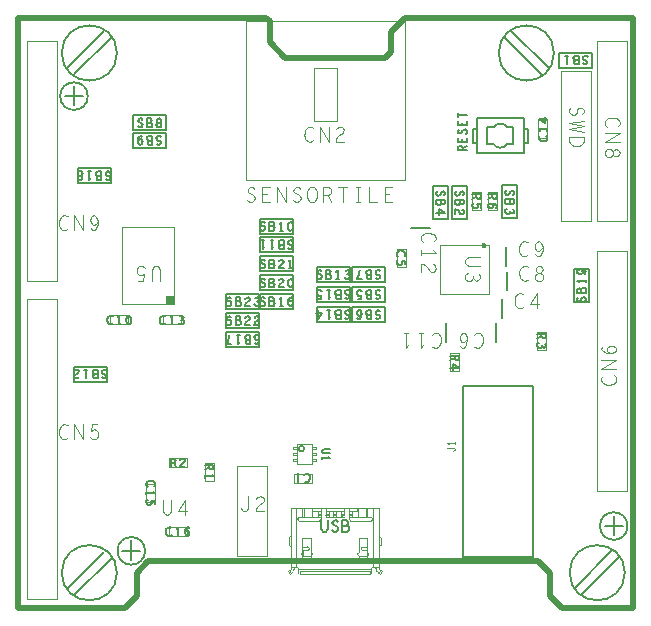
<source format=gbr>
G04 ================== begin FILE IDENTIFICATION RECORD ==================*
G04 Layout Name:  STEVAL-STLCX01V1.brd*
G04 Film Name:    STEVAL-STLCX01V1-14AST.GBR*
G04 File Format:  Gerber RS274X*
G04 File Origin:  Cadence Allegro 16.5-P002*
G04 Origin Date:  Mon May 16 11:09:18 2016*
G04 *
G04 Layer:  REF DES/ASSEMBLY_TOP*
G04 Layer:  PACKAGE GEOMETRY/ASSEMBLY_TOP*
G04 Layer:  BOARD GEOMETRY/TOOLING_CORNERS*
G04 *
G04 Offset:    (0.0000 0.0000)*
G04 Mirror:    No*
G04 Mode:      Positive*
G04 Rotation:  0*
G04 FullContactRelief:  No*
G04 UndefLineWidth:     0.1000*
G04 ================== end FILE IDENTIFICATION RECORD ====================*
%FSLAX25Y25*MOMM*%
%IR0*IPPOS*OFA0.00000B0.00000*MIA0B0*SFA1.00000B1.00000*%
%ADD10C,.1*%
%ADD11C,.2*%
%ADD12C,.5*%
%ADD13C,.15*%
%ADD14C,.152*%
%ADD15C,.1016*%
%ADD16C,.1524*%
%ADD17C,.1778*%
G75*
%LPD*%
G75*
G36*
G01X1320000Y2575000D02*
Y2645000D01*
X1245000D01*
Y2575000D01*
X1320000D01*
G37*
G36*
G01X3962400Y3070000D02*
G03I-22400J0D01*
G37*
G54D10*
G01X2363500Y750110D02*
G03X2373500Y740100I9977J-33D01*
G01Y770100D02*
G03X2363500Y760100I8J-10008D01*
G01X2395300Y460100D02*
G03X2404000Y445100I8655J-5003D01*
G01X2303500Y610110D02*
G03X2288500Y595100I12J-15012D01*
G01Y535100D02*
G03X2303500Y520110I14974J-16D01*
G01X2368500Y335100D02*
G03X2353500Y350100I-15023J-23D01*
G01X2322800Y312100D02*
G03X2333500Y335100I-19308J22971D01*
G01X2303500Y850100D02*
X2484100D01*
G01X2373500Y770100D02*
X2440500D01*
G01X2373500Y740100D02*
X2546000D01*
G01X2478000Y595100D02*
X2404000D01*
G01Y520100D02*
X2448500Y520110D01*
G01X2297800Y291100D02*
X2322800Y312100D01*
G01X2448500Y490100D02*
X2404000D01*
G01X2278500Y314000D02*
X2303500Y335100D01*
G01X2478000Y445100D02*
X2404000D01*
G01X2478000Y415100D02*
X2404000D01*
G01X2478000Y404100D02*
X2404000D01*
G01Y475100D02*
X2395300Y460100D01*
G01X2303500Y350100D02*
X2353500D01*
G01X2368500Y335100D02*
X2988500D01*
G01X2383500Y315000D02*
X2973500D01*
G01X2383500Y290100D02*
X2973500D01*
G01X2418000Y850100D02*
Y770100D01*
G01X2409500Y490100D02*
Y445100D01*
G01X2404000Y404100D02*
Y445100D01*
G01Y595100D02*
Y475100D01*
G01X2402600Y850100D02*
Y770100D01*
G01X2398700Y446600D02*
Y466000D01*
G01X2383500Y290100D02*
Y315000D01*
G01X2368500Y298400D02*
Y335100D01*
G01X2363500Y760100D02*
Y750110D01*
G01X2353500Y850100D02*
Y350100D01*
G01X2333500Y335100D02*
Y350100D01*
G01X2303500Y850100D02*
Y335100D01*
G01X2288500Y595100D02*
Y535100D01*
G01X2290000Y323700D02*
X2309300Y300700D01*
G01X2278500Y314000D02*
X2297800Y291100D01*
G01X2898500Y500100D02*
G03X2908500Y490100I9977J-23D01*
G01Y520110D02*
G03X2898500Y510100I12J-10012D01*
G01X2458510D02*
G03X2448500Y520110I-10030J-20D01*
G01Y490100D02*
G03X2458510Y500100I15J9995D01*
G01X2993500Y760100D02*
G03X2983500Y770100I-10023J-23D01*
G01Y740100D02*
G03X2993500Y750100I8J9992D01*
G01X2478000Y445100D02*
G03X2486600Y460100I-27J9981D01*
G01X2870300D02*
G03X2879000Y445100I8655J-5003D01*
G01X2953000D02*
G03X2961610Y460100I-22J9984D01*
G01X3053500Y520110D02*
G03X3068500Y535100I12J14988D01*
G01X3068510Y595100D02*
G03X3053500Y610110I-15030J-20D01*
G01X3003500Y350100D02*
G03X2988500Y335100I8J-15008D01*
G01X2796000Y755100D02*
G03X2811010Y740100I14977J-23D01*
G01X2741000Y770100D02*
G03X2756000Y785090I8J14992D01*
G01X2600990Y785100D02*
G03X2616000Y770100I14980J-20D01*
G01X2546000Y740100D02*
G03X2561000Y755100I8J14992D01*
G01X3023500Y335100D02*
G03X3034200Y312100I29984J-40D01*
G01X3059200Y291100D02*
X3078500Y314000D01*
G01X3047700Y300700D02*
X3067000Y323710D01*
G01X3068510Y595100D02*
X3068500Y535100D01*
G01X3053500Y335100D02*
Y850100D01*
G01X3023500Y350100D02*
Y335100D01*
G01X3003500Y850100D02*
Y350100D01*
G01X2993500Y750100D02*
Y760100D01*
G01X2988500Y335100D02*
Y298400D01*
G01X2872900Y850100D02*
X3053500D01*
G01X2488500D02*
X2868500D01*
G01X2973500Y315000D02*
Y290100D01*
G01X2958200Y446600D02*
Y466000D01*
G01X2954300Y850100D02*
Y770100D01*
G01X2953000Y475100D02*
Y595090D01*
G01Y404100D02*
Y445100D01*
G01X2947500D02*
Y490100D01*
G01X2796000Y820100D02*
X2868500D01*
G01X2601000D02*
X2756000D01*
G01X2488500D02*
X2561000D01*
G01X2939000Y850100D02*
Y770100D01*
G01X2916500D02*
Y775090D01*
G01X2796000Y800110D02*
X2821000Y800100D01*
G01X2731000D02*
X2756000D01*
G01X2666000D02*
X2691000D01*
G01X2601000D02*
X2626000Y800110D01*
G01X2536000Y800100D02*
X2561000Y800110D01*
G01X2795990Y790100D02*
X2821000D01*
G01X2731000D02*
X2756000D01*
G01X2666000D02*
X2691000D01*
G01X2601000D02*
X2626010D01*
G01X2536000D02*
X2560990D01*
G01X2561000Y775100D02*
X2440500D01*
G01X2752100D02*
X2604900D01*
G01X2916500Y775090D02*
X2796000Y775100D01*
G01X2916500Y770100D02*
X2983500D01*
G01X2616000D02*
X2741000D01*
G01X2879000Y475100D02*
X2870300Y460100D01*
G01X2898500Y500100D02*
Y510100D01*
G01X2879000Y404100D02*
Y445100D01*
G01Y595100D02*
Y475100D01*
G01X2961610Y460100D02*
X2953000Y475100D01*
G01X2811010Y740100D02*
X2983500D01*
G01X2872900Y850100D02*
Y775090D01*
G01X2868500Y850100D02*
Y820100D01*
G01X2821000D02*
Y775100D01*
G01X2796000Y850100D02*
Y755100D01*
G01X2756000Y850100D02*
Y785090D01*
G01X3078500Y314000D02*
X3053500Y335100D01*
G01X2731000Y820100D02*
Y775100D01*
G01X3059200Y291100D02*
X3034200Y312100D01*
G01X2953000Y595090D02*
X2879000Y595100D01*
G01X2691000Y820100D02*
Y775100D01*
G01X2666000Y820100D02*
Y775090D01*
G01X2908500Y520110D02*
X2953000Y520100D01*
G01X2626000Y820100D02*
Y775100D01*
G01X2953000Y490100D02*
X2908500D01*
G01X2601000Y850100D02*
X2600990Y785100D01*
G01X2953000Y445100D02*
X2879000D01*
G01X2561000Y850100D02*
Y755100D01*
G01X2953000Y415110D02*
X2879000Y415100D01*
G01X2536000Y820100D02*
Y775100D01*
G01X2953000Y404100D02*
X2879000D01*
G01X2488500Y850100D02*
Y820100D01*
G01X2486600Y460100D02*
X2478000Y475100D01*
G01X3003500Y350100D02*
X3053500D01*
G01X2484100Y850100D02*
Y775100D01*
G01X2478000Y475100D02*
Y595100D01*
G01Y404100D02*
Y445100D01*
G01X2458510Y510100D02*
Y500100D01*
G01X2440500Y770100D02*
Y775100D01*
G01X73000Y80000D02*
X327000D01*
Y2620000D01*
X73000D01*
Y80000D01*
G01Y2772000D02*
X327000D01*
Y4804000D01*
X73000D01*
Y2772000D01*
G01X415880Y1546420D02*
X406230Y1552770D01*
X394980Y1557000D01*
X382110D01*
X367630Y1550650D01*
X356380Y1540070D01*
X348330Y1527370D01*
X341900Y1506200D01*
X340290Y1487150D01*
X343510Y1468100D01*
X348330Y1455400D01*
X357980Y1442700D01*
X369240Y1434230D01*
X380500Y1430000D01*
X391760D01*
X403020Y1434230D01*
X412670Y1440580D01*
X420710Y1449050D01*
G01X473010Y1430000D02*
Y1557000D01*
X546990Y1430000D01*
Y1557000D01*
G01X604120Y1449050D02*
X613760Y1438460D01*
X625020Y1432120D01*
X639500Y1430000D01*
X653980Y1434230D01*
X665230Y1442700D01*
X673280Y1457510D01*
X674880Y1474450D01*
X671670Y1491380D01*
X663620Y1501970D01*
X652370Y1510430D01*
X641110Y1512550D01*
X629850Y1510430D01*
X615380Y1501970D01*
X620200Y1557000D01*
X663620D01*
G01X778800Y2401900D02*
Y2478100D01*
X931200D01*
Y2401900D01*
X778800D01*
G01X415880Y3316420D02*
X406230Y3322770D01*
X394980Y3327000D01*
X382110D01*
X367630Y3320650D01*
X356380Y3310070D01*
X348330Y3297370D01*
X341900Y3276200D01*
X340290Y3257150D01*
X343510Y3238100D01*
X348330Y3225400D01*
X357980Y3212700D01*
X369240Y3204230D01*
X380500Y3200000D01*
X391760D01*
X403020Y3204230D01*
X412670Y3210580D01*
X420710Y3219050D01*
G01X473010Y3200000D02*
Y3327000D01*
X546990Y3200000D01*
Y3327000D01*
G01X612160Y3214810D02*
X623420Y3204230D01*
X636280Y3200000D01*
X649150Y3204230D01*
X660410Y3216930D01*
X668450Y3235980D01*
X671670Y3255030D01*
Y3278320D01*
X668450Y3297370D01*
X660410Y3314300D01*
X650760Y3322770D01*
X639500Y3327000D01*
X626630Y3322770D01*
X616980Y3314300D01*
X610550Y3301600D01*
X607330Y3284660D01*
X610550Y3269850D01*
X618590Y3255030D01*
X628240Y3246560D01*
X639500Y3244450D01*
X652370Y3248680D01*
X662020Y3259270D01*
X671670Y3278320D01*
G01X1320000Y3225000D02*
X880000D01*
Y2575000D01*
X1320000D01*
Y3225000D01*
G01X1222870Y917000D02*
Y825980D01*
X1229300Y806930D01*
X1242160Y794230D01*
X1258240Y790000D01*
X1274330Y794230D01*
X1287190Y806930D01*
X1293620Y825980D01*
Y917000D01*
G01X1407020Y790000D02*
Y917000D01*
X1347520Y825980D01*
X1427930D01*
G01X1273800Y611900D02*
Y688100D01*
X1426200D01*
Y611900D01*
X1273800D01*
G01X1081900Y1051200D02*
X1158100D01*
Y898800D01*
X1081900D01*
Y1051200D01*
G01X1576900Y1231200D02*
X1653100D01*
Y1078800D01*
X1576900D01*
Y1231200D01*
G01X1273800Y1191900D02*
Y1268100D01*
X1426200D01*
Y1191900D01*
X1273800D01*
G01X1223800Y2401900D02*
Y2478100D01*
X1376200D01*
Y2401900D01*
X1223800D01*
G01X1200130Y2773000D02*
Y2864020D01*
X1193700Y2883070D01*
X1180830Y2895770D01*
X1164750Y2900000D01*
X1148670Y2895770D01*
X1135800Y2883070D01*
X1129370Y2864020D01*
Y2773000D01*
G01X1070630Y2880950D02*
X1060990Y2891540D01*
X1049730Y2897880D01*
X1035250Y2900000D01*
X1020770Y2895770D01*
X1009520Y2887300D01*
X1001470Y2872490D01*
X999870Y2855550D01*
X1003080Y2838620D01*
X1011130Y2828030D01*
X1022380Y2819570D01*
X1033640Y2817450D01*
X1044900Y2819570D01*
X1059370Y2828030D01*
X1054550Y2773000D01*
X1011130D01*
G01X1883080Y845400D02*
X1891130Y832700D01*
X1900770Y824230D01*
X1912030Y820000D01*
X1924900Y824230D01*
X1934550Y832700D01*
X1944200Y845400D01*
X1947420Y862330D01*
Y947000D01*
G01X2014190Y925830D02*
X2023840Y938530D01*
X2035100Y944880D01*
X2047970Y947000D01*
X2064050Y942770D01*
X2075310Y932180D01*
X2078530Y919490D01*
X2076920Y906780D01*
X2070480Y896200D01*
X2038320Y875030D01*
X2023840Y860220D01*
X2014190Y839050D01*
X2010970Y820000D01*
X2078530D01*
G01X1853000Y439000D02*
X2107000D01*
Y1201000D01*
X1853000D01*
Y439000D01*
G01X2481200Y1138100D02*
Y1061900D01*
X2328800D01*
Y1138100D01*
X2481200D01*
G01X1933470Y3456930D02*
X1946340Y3446350D01*
X1960820Y3440000D01*
X1973680D01*
X1986550Y3446350D01*
X1996200Y3456930D01*
X2001030Y3471750D01*
X1997810Y3486560D01*
X1989770Y3499270D01*
X1975290Y3507730D01*
X1955990Y3511970D01*
X1944730Y3520430D01*
X1939910Y3535250D01*
X1943130Y3550070D01*
X1951170Y3560650D01*
X1962420Y3567000D01*
X1973680D01*
X1984940Y3562770D01*
X1994590Y3552180D01*
G01X2128920Y3440000D02*
X2064580D01*
Y3567000D01*
X2128920D01*
G01X2103180Y3505620D02*
X2064580D01*
G01X2189260Y3440000D02*
Y3567000D01*
X2263240Y3440000D01*
Y3567000D01*
G01X2321970Y3456930D02*
X2334840Y3446350D01*
X2349320Y3440000D01*
X2362180D01*
X2375050Y3446350D01*
X2384700Y3456930D01*
X2389530Y3471750D01*
X2386310Y3486560D01*
X2378270Y3499270D01*
X2363790Y3507730D01*
X2344490Y3511970D01*
X2333230Y3520430D01*
X2328410Y3535250D01*
X2331630Y3550070D01*
X2339670Y3560650D01*
X2350920Y3567000D01*
X2362180D01*
X2373440Y3562770D01*
X2383090Y3552180D01*
G01X2485250Y3440000D02*
X2472380Y3442120D01*
X2461130Y3450580D01*
X2451470Y3463280D01*
X2445040Y3478100D01*
X2441820Y3495030D01*
Y3511970D01*
X2445040Y3528900D01*
X2451470Y3543720D01*
X2461130Y3556420D01*
X2472380Y3564880D01*
X2485250Y3567000D01*
X2498120Y3564880D01*
X2509370Y3556420D01*
X2519030Y3543720D01*
X2525460Y3528900D01*
X2528680Y3511970D01*
Y3495030D01*
X2525460Y3478100D01*
X2519030Y3463280D01*
X2509370Y3450580D01*
X2498120Y3442120D01*
X2485250Y3440000D01*
G01X2582580D02*
Y3567000D01*
X2622790D01*
X2635660Y3560650D01*
X2643700Y3552180D01*
X2646920Y3535250D01*
X2643700Y3518320D01*
X2634050Y3507730D01*
X2622790Y3501380D01*
X2582580D01*
G01X2622790D02*
X2646920Y3440000D01*
G01X2744250Y3567000D02*
Y3440000D01*
G01X2707260Y3567000D02*
X2781240D01*
G01X2854450D02*
X2893050D01*
G01X2873750D02*
Y3440000D01*
G01X2854450D02*
X2893050D01*
G01X2971080Y3567000D02*
Y3440000D01*
X3035420D01*
G01X3164920D02*
X3100580D01*
Y3567000D01*
X3164920D01*
G01X3139180Y3505620D02*
X3100580D01*
G01X2495880Y4066420D02*
X2486230Y4072770D01*
X2474980Y4077000D01*
X2462110D01*
X2447630Y4070650D01*
X2436380Y4060070D01*
X2428330Y4047370D01*
X2421900Y4026200D01*
X2420290Y4007150D01*
X2423510Y3988100D01*
X2428330Y3975400D01*
X2437980Y3962700D01*
X2449240Y3954230D01*
X2460500Y3950000D01*
X2471760D01*
X2483020Y3954230D01*
X2492670Y3960580D01*
X2500710Y3969050D01*
G01X2553010Y3950000D02*
Y4077000D01*
X2626990Y3950000D01*
Y4077000D01*
G01X2688940Y4055830D02*
X2698590Y4068530D01*
X2709850Y4074880D01*
X2722720Y4077000D01*
X2738800Y4072770D01*
X2750060Y4062180D01*
X2753280Y4049490D01*
X2751670Y4036780D01*
X2745230Y4026200D01*
X2713070Y4005030D01*
X2698590Y3990220D01*
X2688940Y3969050D01*
X2685720Y3950000D01*
X2753280D01*
G01X1925000Y3625000D02*
Y4975000D01*
X3275000D01*
Y3625000D01*
X1925000D01*
G01X2500000Y4124000D02*
X2700000D01*
Y4576000D01*
X2500000D01*
Y4124000D01*
G01X3682300Y1331770D02*
X3688650Y1335150D01*
X3692880Y1339210D01*
X3695000Y1343950D01*
X3692880Y1349360D01*
X3688650Y1353420D01*
X3682300Y1357480D01*
X3673830Y1358830D01*
X3631500D01*
G01X3695000Y1401100D02*
X3631500D01*
X3644200Y1392980D01*
G01X3695000D02*
Y1409220D01*
G01X3656900Y2156200D02*
X3733100D01*
Y2003800D01*
X3656900D01*
Y2156200D01*
G01X3504120Y2213580D02*
X3513770Y2207230D01*
X3525020Y2203000D01*
X3537890D01*
X3552370Y2209350D01*
X3563620Y2219930D01*
X3571670Y2232630D01*
X3578100Y2253800D01*
X3579710Y2272850D01*
X3576490Y2291900D01*
X3571670Y2304600D01*
X3562020Y2317300D01*
X3550760Y2325770D01*
X3539500Y2330000D01*
X3528240D01*
X3516980Y2325770D01*
X3507330Y2319420D01*
X3499290Y2310950D01*
G01X3410000Y2330000D02*
Y2203000D01*
X3429300Y2228400D01*
G01Y2330000D02*
X3390700D01*
G01X3280500D02*
Y2203000D01*
X3299800Y2228400D01*
G01Y2330000D02*
X3261200D01*
G01X3859370Y2213580D02*
X3869020Y2207230D01*
X3880270Y2203000D01*
X3893140D01*
X3907620Y2209350D01*
X3918870Y2219930D01*
X3926920Y2232630D01*
X3933350Y2253800D01*
X3934960Y2272850D01*
X3931740Y2291900D01*
X3926920Y2304600D01*
X3917270Y2317300D01*
X3906010Y2325770D01*
X3894750Y2330000D01*
X3883490D01*
X3872230Y2325770D01*
X3862580Y2319420D01*
X3854540Y2310950D01*
G01X3795810Y2277090D02*
X3784550Y2262270D01*
X3774900Y2253800D01*
X3762030Y2249570D01*
X3750770Y2253800D01*
X3742730Y2262270D01*
X3736300Y2274970D01*
X3734690Y2289780D01*
X3736300Y2302490D01*
X3742730Y2315190D01*
X3752380Y2325770D01*
X3763640Y2330000D01*
X3776510Y2325770D01*
X3787770Y2313070D01*
X3794200Y2294020D01*
X3795810Y2272850D01*
X3792590Y2245340D01*
X3787770Y2230510D01*
X3779730Y2215700D01*
X3768470Y2205120D01*
X3757210Y2203000D01*
X3745950Y2207230D01*
X3737910Y2217820D01*
G01X3201900Y3041200D02*
X3278100D01*
Y2888800D01*
X3201900D01*
Y3041200D01*
G01X3521420Y3104120D02*
X3527770Y3113770D01*
X3532000Y3125020D01*
Y3137890D01*
X3525650Y3152370D01*
X3515070Y3163620D01*
X3502370Y3171670D01*
X3481200Y3178100D01*
X3462150Y3179710D01*
X3443100Y3176490D01*
X3430400Y3171670D01*
X3417700Y3162020D01*
X3409230Y3150760D01*
X3405000Y3139500D01*
Y3128240D01*
X3409230Y3116980D01*
X3415580Y3107330D01*
X3424050Y3099290D01*
G01X3405000Y3010000D02*
X3532000D01*
X3506600Y3029300D01*
G01X3405000D02*
Y2990700D01*
G01X3510830Y2911060D02*
X3523530Y2901410D01*
X3529880Y2890150D01*
X3532000Y2877280D01*
X3527770Y2861200D01*
X3517180Y2849940D01*
X3504490Y2846720D01*
X3491780Y2848330D01*
X3481200Y2854770D01*
X3460030Y2886930D01*
X3445220Y2901410D01*
X3424050Y2911060D01*
X3405000Y2914280D01*
Y2846720D01*
G01X3907000Y2970130D02*
X3815980D01*
X3796930Y2963700D01*
X3784230Y2950830D01*
X3780000Y2934750D01*
X3784230Y2918670D01*
X3796930Y2905800D01*
X3815980Y2899370D01*
X3907000D01*
G01X3805400Y2840630D02*
X3790580Y2830990D01*
X3782120Y2818120D01*
X3780000Y2803640D01*
X3782120Y2790770D01*
X3792700Y2777910D01*
X3805400Y2769870D01*
X3818100Y2768260D01*
X3832910Y2771470D01*
X3843500Y2782730D01*
X3847730Y2793990D01*
Y2808470D01*
G01Y2793990D02*
X3854080Y2784340D01*
X3864660Y2776300D01*
X3877370Y2773080D01*
X3890070Y2776300D01*
X3900650Y2784340D01*
X3907000Y2798820D01*
X3904880Y2813290D01*
X3896420Y2827770D01*
G01X3572500Y3077500D02*
Y2662500D01*
X3987500D01*
Y3077500D01*
X3572500D01*
G01X3841900Y3521200D02*
X3918100D01*
Y3368800D01*
X3841900D01*
Y3521200D01*
G01X4391900Y2341200D02*
X4468100D01*
Y2188800D01*
X4391900D01*
Y2341200D01*
G01X4275630Y2656420D02*
X4265980Y2662770D01*
X4254730Y2667000D01*
X4241860D01*
X4227380Y2660650D01*
X4216130Y2650070D01*
X4208080Y2637370D01*
X4201650Y2616200D01*
X4200040Y2597150D01*
X4203260Y2578100D01*
X4208080Y2565400D01*
X4217730Y2552700D01*
X4228990Y2544230D01*
X4240250Y2540000D01*
X4251510D01*
X4262770Y2544230D01*
X4272420Y2550580D01*
X4280460Y2559050D01*
G01X4389050Y2540000D02*
Y2667000D01*
X4329540Y2575980D01*
X4409960D01*
G01X4315630Y2886420D02*
X4305980Y2892770D01*
X4294730Y2897000D01*
X4281860D01*
X4267380Y2890650D01*
X4256130Y2880070D01*
X4248080Y2867370D01*
X4241650Y2846200D01*
X4240040Y2827150D01*
X4243260Y2808100D01*
X4248080Y2795400D01*
X4257730Y2782700D01*
X4268990Y2774230D01*
X4280250Y2770000D01*
X4291510D01*
X4302770Y2774230D01*
X4312420Y2780580D01*
X4320460Y2789050D01*
G01X4409750Y2770000D02*
X4421010Y2772120D01*
X4433870Y2778460D01*
X4441920Y2789050D01*
X4445130Y2803870D01*
X4441920Y2818680D01*
X4432270Y2831380D01*
X4417790Y2837730D01*
X4401710D01*
X4392060Y2841970D01*
X4384010Y2852550D01*
X4380800Y2867370D01*
X4385630Y2882180D01*
X4396880Y2892770D01*
X4409750Y2897000D01*
X4422620Y2892770D01*
X4433870Y2882180D01*
X4438700Y2867370D01*
X4435480Y2852550D01*
X4427440Y2841970D01*
X4417790Y2837730D01*
X4401710D01*
X4387230Y2831380D01*
X4377580Y2818680D01*
X4374370Y2803870D01*
X4377580Y2789050D01*
X4385630Y2778460D01*
X4398490Y2772120D01*
X4409750Y2770000D01*
G01X4310630Y3096420D02*
X4300980Y3102770D01*
X4289730Y3107000D01*
X4276860D01*
X4262380Y3100650D01*
X4251130Y3090070D01*
X4243080Y3077370D01*
X4236650Y3056200D01*
X4235040Y3037150D01*
X4238260Y3018100D01*
X4243080Y3005400D01*
X4252730Y2992700D01*
X4263990Y2984230D01*
X4275250Y2980000D01*
X4286510D01*
X4297770Y2984230D01*
X4307420Y2990580D01*
X4315460Y2999050D01*
G01X4377410Y2994810D02*
X4388670Y2984230D01*
X4401530Y2980000D01*
X4414400Y2984230D01*
X4425660Y2996930D01*
X4433700Y3015980D01*
X4436920Y3035030D01*
Y3058320D01*
X4433700Y3077370D01*
X4425660Y3094300D01*
X4416010Y3102770D01*
X4404750Y3107000D01*
X4391880Y3102770D01*
X4382230Y3094300D01*
X4375800Y3081600D01*
X4372580Y3064660D01*
X4375800Y3049850D01*
X4383840Y3035030D01*
X4393490Y3026560D01*
X4404750Y3024450D01*
X4417620Y3028680D01*
X4427270Y3039270D01*
X4436920Y3058320D01*
G01X4676930Y4243280D02*
X4666350Y4230410D01*
X4660000Y4215930D01*
Y4203070D01*
X4666350Y4190200D01*
X4676930Y4180550D01*
X4691750Y4175720D01*
X4706560Y4178940D01*
X4719270Y4186980D01*
X4727730Y4201460D01*
X4731970Y4220760D01*
X4740430Y4232020D01*
X4755250Y4236840D01*
X4770070Y4233620D01*
X4780650Y4225580D01*
X4787000Y4214330D01*
Y4203070D01*
X4782770Y4191810D01*
X4772180Y4182160D01*
G01X4787000Y4128250D02*
X4660000Y4105740D01*
X4787000Y4080000D01*
X4660000Y4054270D01*
X4787000Y4031750D01*
G01X4660000Y3985880D02*
X4787000D01*
Y3953720D01*
X4780650Y3940850D01*
X4772180Y3931200D01*
X4759490Y3923160D01*
X4744660Y3916720D01*
X4723500Y3915120D01*
X4702330Y3916720D01*
X4687510Y3923160D01*
X4674810Y3931200D01*
X4666350Y3940850D01*
X4660000Y3953720D01*
Y3985880D01*
G01X3976900Y3521200D02*
X4053100D01*
Y3368800D01*
X3976900D01*
Y3521200D01*
G01X4593000Y4550000D02*
Y3280000D01*
X4847000D01*
Y4550000D01*
X4593000D01*
G01X4478100Y3978800D02*
X4401900D01*
Y4131200D01*
X4478100D01*
Y3978800D01*
G01X5153000Y3026000D02*
X4899000D01*
Y994000D01*
X5153000D01*
Y3026000D01*
G01X4945580Y1965880D02*
X4939230Y1956230D01*
X4935000Y1944980D01*
Y1932110D01*
X4941350Y1917630D01*
X4951930Y1906380D01*
X4964630Y1898330D01*
X4985800Y1891900D01*
X5004850Y1890290D01*
X5023900Y1893510D01*
X5036600Y1898330D01*
X5049300Y1907980D01*
X5057770Y1919240D01*
X5062000Y1930500D01*
Y1941760D01*
X5057770Y1953020D01*
X5051420Y1962670D01*
X5042950Y1970710D01*
G01X5062000Y2023010D02*
X4935000D01*
X5062000Y2096990D01*
X4935000D01*
G01X5009090Y2158940D02*
X4994270Y2170200D01*
X4985800Y2179850D01*
X4981570Y2192720D01*
X4985800Y2203980D01*
X4994270Y2212020D01*
X5006970Y2218450D01*
X5021780Y2220060D01*
X5034490Y2218450D01*
X5047190Y2212020D01*
X5057770Y2202370D01*
X5062000Y2191110D01*
X5057770Y2178240D01*
X5045070Y2166980D01*
X5026020Y2160550D01*
X5004850Y2158940D01*
X4977340Y2162160D01*
X4962510Y2166980D01*
X4947700Y2175020D01*
X4937120Y2186280D01*
X4935000Y2197540D01*
X4939230Y2208800D01*
X4949820Y2216840D01*
G01X5078420Y4078120D02*
X5084770Y4087770D01*
X5089000Y4099020D01*
Y4111890D01*
X5082650Y4126370D01*
X5072070Y4137620D01*
X5059370Y4145670D01*
X5038200Y4152100D01*
X5019150Y4153710D01*
X5000100Y4150490D01*
X4987400Y4145670D01*
X4974700Y4136020D01*
X4966230Y4124760D01*
X4962000Y4113500D01*
Y4102240D01*
X4966230Y4090980D01*
X4972580Y4081330D01*
X4981050Y4073290D01*
G01X4962000Y4020990D02*
X5089000D01*
X4962000Y3947010D01*
X5089000D01*
G01X4962000Y3854500D02*
X4964120Y3843240D01*
X4970460Y3830380D01*
X4981050Y3822330D01*
X4995870Y3819120D01*
X5010680Y3822330D01*
X5023380Y3831980D01*
X5029730Y3846460D01*
Y3862540D01*
X5033970Y3872190D01*
X5044550Y3880240D01*
X5059370Y3883450D01*
X5074180Y3878620D01*
X5084770Y3867370D01*
X5089000Y3854500D01*
X5084770Y3841630D01*
X5074180Y3830380D01*
X5059370Y3825550D01*
X5044550Y3828770D01*
X5033970Y3836810D01*
X5029730Y3846460D01*
Y3862540D01*
X5023380Y3877020D01*
X5010680Y3886670D01*
X4995870Y3889880D01*
X4981050Y3886670D01*
X4970460Y3878620D01*
X4964120Y3865760D01*
X4962000Y3854500D01*
G01X5153000Y4804000D02*
X4899000D01*
Y3280000D01*
X5153000D01*
Y4804000D01*
G54D11*
G01X4360000Y430000D02*
Y1880000D01*
X3760000D01*
Y430000D01*
X4360000D01*
G01X3620000Y2250000D02*
Y2410000D01*
G01X3485000Y3220000D02*
X3325000D01*
G01X4040000Y2250000D02*
Y2410000D01*
G01X4095000Y2620000D02*
Y2460000D01*
G01X4135000Y2850000D02*
Y2690000D01*
G01X4130000Y3060000D02*
Y2900000D01*
G54D12*
G01X5200000Y0D02*
Y5000000D01*
X3270000D01*
X3150000Y4880000D01*
Y4710000D01*
X3100000Y4660000D01*
X2260000D01*
X2130000Y4790000D01*
Y4970000D01*
X2100000Y5000000D01*
X0D01*
Y0D01*
X900000D01*
X1000000Y100000D01*
Y300000D01*
X1100000Y400000D01*
X4400000D01*
X4500000Y300000D01*
Y100000D01*
X4600000Y0D01*
X5200000D01*
G54D13*
G01X4020000Y3930000D02*
G03X4140000I60000J40000D01*
G01D02*
X4190000D01*
Y4070000D01*
X4140000D01*
G01X4020000D02*
X3970000D01*
Y3930000D01*
X4020000D01*
G01Y4070000D02*
G02X4140000I60000J-40000D01*
G54D14*
G01X2562300Y745000D02*
Y673330D01*
X2567300Y658330D01*
X2577300Y648330D01*
X2589800Y645000D01*
X2602300Y648330D01*
X2612300Y658330D01*
X2617300Y673330D01*
Y745000D01*
G01X2653750Y658330D02*
X2663750Y650000D01*
X2675000Y645000D01*
X2685000D01*
X2695000Y650000D01*
X2702500Y658330D01*
X2706250Y670000D01*
X2703750Y681660D01*
X2697500Y691670D01*
X2686250Y698330D01*
X2671250Y701670D01*
X2662500Y708330D01*
X2658750Y720000D01*
X2661250Y731670D01*
X2667500Y740000D01*
X2676250Y745000D01*
X2685000D01*
X2693750Y741670D01*
X2701250Y733330D01*
G01X2780200Y698330D02*
X2785200Y703330D01*
X2788950Y711660D01*
X2791450Y723330D01*
X2788950Y733330D01*
X2783950Y740000D01*
X2775200Y745000D01*
X2741450D01*
Y645000D01*
X2782700D01*
X2791450Y651670D01*
X2796450Y661670D01*
X2798950Y673330D01*
X2796450Y685000D01*
X2788950Y695000D01*
X2780200Y698330D01*
X2741450D01*
G54D15*
G01X2355000Y1265000D02*
X2325000D01*
Y1245000D01*
X2355000D01*
G01Y1315000D02*
X2325000D01*
Y1295000D01*
X2355000D01*
G01Y1365000D02*
X2325000D01*
Y1345000D01*
X2355000D01*
G01Y1390000D02*
X2485000D01*
Y1220000D01*
X2355000D01*
Y1390000D01*
G01X2490000Y1345000D02*
X2520000D01*
Y1365000D01*
X2490000D01*
G01X2485000Y1245000D02*
X2515000D01*
Y1265000D01*
X2485000D01*
G01Y1295000D02*
X2515000D01*
Y1315000D01*
X2485000D01*
G54D16*
G01X790500Y427000D02*
X473000Y109500D01*
G01X833490Y300000D02*
G03I-233490J0D01*
G01X878800Y485000D02*
X1031200D01*
G01X1071840D02*
G03I-116840J0D01*
G01X409500Y160300D02*
X727000Y477800D01*
G01X797930Y2469420D02*
X792090Y2473110D01*
X785270Y2475560D01*
X777480D01*
X768720Y2471880D01*
X761910Y2465740D01*
X757040Y2458370D01*
X753140Y2446100D01*
X752170Y2435050D01*
X754120Y2424000D01*
X757040Y2416630D01*
X762880Y2409260D01*
X769690Y2404350D01*
X776510Y2401900D01*
X783330D01*
X790140Y2404350D01*
X795980Y2408040D01*
X800850Y2412950D01*
G01X855000Y2401900D02*
Y2475560D01*
X843320Y2460830D01*
G01Y2401900D02*
X866680D01*
G01X933490Y2475560D02*
X925700Y2473110D01*
X919860Y2466970D01*
X915960Y2459600D01*
X913040Y2449780D01*
X912070Y2438730D01*
X913040Y2427680D01*
X915960Y2417860D01*
X919860Y2410490D01*
X925700Y2404350D01*
X933490Y2401900D01*
X941280Y2404350D01*
X947120Y2410490D01*
X951020Y2417860D01*
X953940Y2427680D01*
X954910Y2438730D01*
X953940Y2449780D01*
X951020Y2459600D01*
X947120Y2466970D01*
X941280Y2473110D01*
X933490Y2475560D01*
G01X748190Y2008280D02*
X740400Y2014420D01*
X731630Y2018100D01*
X723850D01*
X716060Y2014420D01*
X710210Y2008280D01*
X707290Y1999680D01*
X709240Y1991090D01*
X714110Y1983730D01*
X722870Y1978810D01*
X734560Y1976360D01*
X741370Y1971450D01*
X744290Y1962860D01*
X742340Y1954260D01*
X737480Y1948120D01*
X730660Y1944440D01*
X723850D01*
X717030Y1946890D01*
X711190Y1953030D01*
G01X641460Y1978810D02*
X637570Y1975130D01*
X634650Y1968990D01*
X632700Y1960400D01*
X634650Y1953030D01*
X638540Y1948120D01*
X645360Y1944440D01*
X671640D01*
Y2018100D01*
X639510D01*
X632700Y2013190D01*
X628800Y2005820D01*
X626860Y1997230D01*
X628800Y1988640D01*
X634650Y1981270D01*
X641460Y1978810D01*
X671640D01*
G01X570760Y2018100D02*
Y1944440D01*
X582440Y1959170D01*
G01Y2018100D02*
X559080D01*
G01X510770Y1956720D02*
X504930Y1949350D01*
X498110Y1945670D01*
X490320Y1944440D01*
X480590Y1946890D01*
X473770Y1953030D01*
X471820Y1960400D01*
X472800Y1967770D01*
X476690Y1973900D01*
X496160Y1986180D01*
X504930Y1994770D01*
X510770Y2007050D01*
X512720Y2018100D01*
X471820D01*
G01X749700Y2043500D02*
Y1916500D01*
X470300D01*
Y2043500D01*
X749700D01*
G01X778190Y3688280D02*
X770400Y3694420D01*
X761630Y3698100D01*
X753850D01*
X746060Y3694420D01*
X740210Y3688280D01*
X737290Y3679680D01*
X739240Y3671090D01*
X744110Y3663730D01*
X752870Y3658810D01*
X764560Y3656360D01*
X771370Y3651450D01*
X774290Y3642860D01*
X772340Y3634260D01*
X767480Y3628120D01*
X760660Y3624440D01*
X753850D01*
X747030Y3626890D01*
X741190Y3633030D01*
G01X671460Y3658810D02*
X667570Y3655130D01*
X664650Y3648990D01*
X662700Y3640400D01*
X664650Y3633030D01*
X668540Y3628120D01*
X675360Y3624440D01*
X701640D01*
Y3698100D01*
X669510D01*
X662700Y3693190D01*
X658800Y3685820D01*
X656860Y3677230D01*
X658800Y3668640D01*
X664650Y3661270D01*
X671460Y3658810D01*
X701640D01*
G01X600760Y3698100D02*
Y3624440D01*
X612440Y3639170D01*
G01Y3698100D02*
X589080D01*
G01X522270D02*
X515450Y3696870D01*
X507670Y3693190D01*
X502800Y3687050D01*
X500850Y3678460D01*
X502800Y3669870D01*
X508640Y3662500D01*
X517400Y3658810D01*
X527140D01*
X532980Y3656360D01*
X537850Y3650220D01*
X539800Y3641630D01*
X536870Y3633030D01*
X530060Y3626890D01*
X522270Y3624440D01*
X514480Y3626890D01*
X507670Y3633030D01*
X504740Y3641630D01*
X506690Y3650220D01*
X511560Y3656360D01*
X517400Y3658810D01*
X527140D01*
X535900Y3662500D01*
X541740Y3669870D01*
X543690Y3678460D01*
X541740Y3687050D01*
X536870Y3693190D01*
X529090Y3696870D01*
X522270Y3698100D01*
G01X779700Y3723500D02*
Y3596500D01*
X500300D01*
Y3723500D01*
X779700D01*
G01X393800Y4335000D02*
X546200D01*
G01X470000Y4423900D02*
Y4258800D01*
G01X586840Y4335000D02*
G03I-116840J0D01*
G01X790500Y4839700D02*
X473000Y4522200D01*
G01X409500Y4573000D02*
X727000Y4890500D01*
G01X833490Y4700000D02*
G03I-233490J0D01*
G01X955000Y573900D02*
Y408800D01*
G01X1292930Y679420D02*
X1287090Y683110D01*
X1280270Y685560D01*
X1272480D01*
X1263720Y681880D01*
X1256910Y675740D01*
X1252040Y668370D01*
X1248140Y656100D01*
X1247170Y645050D01*
X1249120Y634000D01*
X1252040Y626630D01*
X1257880Y619260D01*
X1264690Y614350D01*
X1271510Y611900D01*
X1278330D01*
X1285140Y614350D01*
X1290980Y618040D01*
X1295850Y622950D01*
G01X1350000Y611900D02*
Y685560D01*
X1338320Y670830D01*
G01Y611900D02*
X1361680D01*
G01X1409990Y642590D02*
X1416810Y651190D01*
X1422650Y656100D01*
X1430440Y658550D01*
X1437250Y656100D01*
X1442120Y651190D01*
X1446020Y643820D01*
X1446990Y635230D01*
X1446020Y627860D01*
X1442120Y620490D01*
X1436280Y614350D01*
X1429460Y611900D01*
X1421670Y614350D01*
X1414860Y621720D01*
X1410960Y632770D01*
X1409990Y645050D01*
X1411940Y661010D01*
X1414860Y669600D01*
X1419730Y678190D01*
X1426540Y684330D01*
X1433360Y685560D01*
X1440170Y683110D01*
X1445040Y676970D01*
G01X1149420Y1032070D02*
X1153110Y1037910D01*
X1155560Y1044730D01*
Y1052520D01*
X1151880Y1061280D01*
X1145740Y1068090D01*
X1138370Y1072960D01*
X1126100Y1076860D01*
X1115050Y1077830D01*
X1104000Y1075880D01*
X1096630Y1072960D01*
X1089260Y1067120D01*
X1084350Y1060310D01*
X1081900Y1053490D01*
Y1046670D01*
X1084350Y1039860D01*
X1088040Y1034020D01*
X1092950Y1029150D01*
G01X1081900Y975000D02*
X1155560D01*
X1140830Y986680D01*
G01X1081900D02*
Y963320D01*
G01X1092950Y917930D02*
X1086810Y912090D01*
X1083130Y905270D01*
X1081900Y896510D01*
X1084350Y887750D01*
X1089260Y880930D01*
X1097860Y876060D01*
X1107680Y875090D01*
X1117500Y877040D01*
X1123640Y881910D01*
X1128550Y888720D01*
X1129780Y895540D01*
X1128550Y902350D01*
X1123640Y911110D01*
X1155560Y908190D01*
Y881910D01*
G01X1576900Y1213720D02*
X1650560D01*
Y1189380D01*
X1646880Y1181590D01*
X1641970Y1176720D01*
X1632140Y1174780D01*
X1622320Y1176720D01*
X1616190Y1182570D01*
X1612500Y1189380D01*
Y1213720D01*
G01Y1189380D02*
X1576900Y1174780D01*
G01Y1115760D02*
X1650560D01*
X1635830Y1127440D01*
G01X1576900D02*
Y1104080D01*
G01X1291280Y1191900D02*
Y1265560D01*
X1315620D01*
X1323410Y1261880D01*
X1328280Y1256970D01*
X1330220Y1247140D01*
X1328280Y1237320D01*
X1322430Y1231190D01*
X1315620Y1227500D01*
X1291280D01*
G01X1315620D02*
X1330220Y1191900D01*
G01X1370740Y1253280D02*
X1376580Y1260650D01*
X1383400Y1264330D01*
X1391190Y1265560D01*
X1400920Y1263110D01*
X1407740Y1256970D01*
X1409690Y1249600D01*
X1408710Y1242230D01*
X1404820Y1236100D01*
X1385350Y1223820D01*
X1376580Y1215230D01*
X1370740Y1202950D01*
X1368790Y1191900D01*
X1409690D01*
G01X1242930Y2469420D02*
X1237090Y2473110D01*
X1230270Y2475560D01*
X1222480D01*
X1213720Y2471880D01*
X1206910Y2465740D01*
X1202040Y2458370D01*
X1198140Y2446100D01*
X1197170Y2435050D01*
X1199120Y2424000D01*
X1202040Y2416630D01*
X1207880Y2409260D01*
X1214690Y2404350D01*
X1221510Y2401900D01*
X1228330D01*
X1235140Y2404350D01*
X1240980Y2408040D01*
X1245850Y2412950D01*
G01X1300000Y2401900D02*
Y2475560D01*
X1288320Y2460830D01*
G01Y2401900D02*
X1311680D01*
G01X1357070Y2416630D02*
X1362910Y2408040D01*
X1370700Y2403130D01*
X1379460Y2401900D01*
X1387250Y2403130D01*
X1395040Y2409260D01*
X1399910Y2416630D01*
X1400880Y2424000D01*
X1398940Y2432590D01*
X1392120Y2438730D01*
X1385310Y2441190D01*
X1376540D01*
G01X1385310D02*
X1391150Y2444870D01*
X1396020Y2451010D01*
X1397960Y2458370D01*
X1396020Y2465740D01*
X1391150Y2471880D01*
X1382380Y2475560D01*
X1373620Y2474330D01*
X1364860Y2469420D01*
G01X1208940Y3988280D02*
X1201150Y3994420D01*
X1192380Y3998100D01*
X1184600D01*
X1176810Y3994420D01*
X1170960Y3988280D01*
X1168040Y3979680D01*
X1169990Y3971090D01*
X1174860Y3963730D01*
X1183620Y3958810D01*
X1195310Y3956360D01*
X1202120Y3951450D01*
X1205040Y3942860D01*
X1203090Y3934260D01*
X1198230Y3928120D01*
X1191410Y3924440D01*
X1184600D01*
X1177780Y3926890D01*
X1171940Y3933030D01*
G01X1102210Y3958810D02*
X1098320Y3955130D01*
X1095400Y3948990D01*
X1093450Y3940400D01*
X1095400Y3933030D01*
X1099290Y3928120D01*
X1106110Y3924440D01*
X1132390D01*
Y3998100D01*
X1100260D01*
X1093450Y3993190D01*
X1089550Y3985820D01*
X1087610Y3977230D01*
X1089550Y3968640D01*
X1095400Y3961270D01*
X1102210Y3958810D01*
X1132390D01*
G01X1048060Y3989510D02*
X1041250Y3995650D01*
X1033460Y3998100D01*
X1025670Y3995650D01*
X1018850Y3988280D01*
X1013980Y3977230D01*
X1012040Y3966180D01*
Y3952680D01*
X1013980Y3941630D01*
X1018850Y3931810D01*
X1024690Y3926890D01*
X1031510Y3924440D01*
X1039300Y3926890D01*
X1045140Y3931810D01*
X1049040Y3939170D01*
X1050980Y3948990D01*
X1049040Y3957590D01*
X1044170Y3966180D01*
X1038330Y3971090D01*
X1031510Y3972320D01*
X1023720Y3969870D01*
X1017880Y3963730D01*
X1012040Y3952680D01*
G01X1249700Y4023500D02*
Y3896500D01*
X970300D01*
Y4023500D01*
X1249700D01*
G01X1011060Y4081720D02*
X1018850Y4075580D01*
X1027620Y4071900D01*
X1035400D01*
X1043190Y4075580D01*
X1049040Y4081720D01*
X1051960Y4090320D01*
X1050010Y4098910D01*
X1045140Y4106270D01*
X1036380Y4111190D01*
X1024690Y4113640D01*
X1017880Y4118550D01*
X1014960Y4127140D01*
X1016910Y4135740D01*
X1021770Y4141880D01*
X1028590Y4145560D01*
X1035400D01*
X1042220Y4143110D01*
X1048060Y4136970D01*
G01X1117790Y4111190D02*
X1121680Y4114870D01*
X1124600Y4121010D01*
X1126550Y4129600D01*
X1124600Y4136970D01*
X1120710Y4141880D01*
X1113890Y4145560D01*
X1087610D01*
Y4071900D01*
X1119740D01*
X1126550Y4076810D01*
X1130450Y4084180D01*
X1132390Y4092770D01*
X1130450Y4101360D01*
X1124600Y4108730D01*
X1117790Y4111190D01*
X1087610D01*
G01X1188490Y4071900D02*
X1195310Y4073130D01*
X1203090Y4076810D01*
X1207960Y4082950D01*
X1209910Y4091540D01*
X1207960Y4100130D01*
X1202120Y4107500D01*
X1193360Y4111190D01*
X1183620D01*
X1177780Y4113640D01*
X1172910Y4119780D01*
X1170960Y4128370D01*
X1173890Y4136970D01*
X1180700Y4143110D01*
X1188490Y4145560D01*
X1196280Y4143110D01*
X1203090Y4136970D01*
X1206020Y4128370D01*
X1204070Y4119780D01*
X1199200Y4113640D01*
X1193360Y4111190D01*
X1183620D01*
X1174860Y4107500D01*
X1169020Y4100130D01*
X1167070Y4091540D01*
X1169020Y4082950D01*
X1173890Y4076810D01*
X1181670Y4073130D01*
X1188490Y4071900D01*
G01X970300Y4046500D02*
Y4173500D01*
X1249700D01*
Y4046500D01*
X970300D01*
G01X2418200Y1350500D02*
G03I-22900J0D01*
G01X2422830Y1070580D02*
X2428670Y1066890D01*
X2435490Y1064440D01*
X2443280D01*
X2452040Y1068120D01*
X2458850Y1074260D01*
X2463720Y1081630D01*
X2467620Y1093900D01*
X2468590Y1104950D01*
X2466640Y1116000D01*
X2463720Y1123370D01*
X2457880Y1130740D01*
X2451070Y1135650D01*
X2444250Y1138100D01*
X2437430D01*
X2430620Y1135650D01*
X2424780Y1131960D01*
X2419910Y1127050D01*
G01X2365760Y1138100D02*
Y1064440D01*
X2377440Y1079170D01*
G01Y1138100D02*
X2354080D01*
G01X2039700Y2338500D02*
Y2211500D01*
X1760300D01*
Y2338500D01*
X2039700D01*
G01X2038190Y2303280D02*
X2030400Y2309420D01*
X2021630Y2313100D01*
X2013850D01*
X2006060Y2309420D01*
X2000210Y2303280D01*
X1997290Y2294680D01*
X1999240Y2286090D01*
X2004110Y2278730D01*
X2012870Y2273810D01*
X2024560Y2271360D01*
X2031370Y2266450D01*
X2034290Y2257860D01*
X2032340Y2249260D01*
X2027480Y2243120D01*
X2020660Y2239440D01*
X2013850D01*
X2007030Y2241890D01*
X2001190Y2248030D01*
G01X1931460Y2273810D02*
X1927570Y2270130D01*
X1924650Y2263990D01*
X1922700Y2255400D01*
X1924650Y2248030D01*
X1928540Y2243120D01*
X1935360Y2239440D01*
X1961640D01*
Y2313100D01*
X1929510D01*
X1922700Y2308190D01*
X1918800Y2300820D01*
X1916860Y2292230D01*
X1918800Y2283640D01*
X1924650Y2276270D01*
X1931460Y2273810D01*
X1961640D01*
G01X1860760Y2313100D02*
Y2239440D01*
X1872440Y2254170D01*
G01Y2313100D02*
X1849080D01*
G01X1784220D02*
X1782270Y2297140D01*
X1779350Y2283640D01*
X1775450Y2271360D01*
X1770590Y2257860D01*
X1762800Y2239440D01*
X1801740D01*
G01X1761810Y2406720D02*
X1769600Y2400580D01*
X1778370Y2396900D01*
X1786150D01*
X1793940Y2400580D01*
X1799790Y2406720D01*
X1802710Y2415320D01*
X1800760Y2423910D01*
X1795890Y2431270D01*
X1787130Y2436190D01*
X1775440Y2438640D01*
X1768630Y2443550D01*
X1765710Y2452140D01*
X1767660Y2460740D01*
X1772520Y2466880D01*
X1779340Y2470560D01*
X1786150D01*
X1792970Y2468110D01*
X1798810Y2461970D01*
G01X1868540Y2436190D02*
X1872430Y2439870D01*
X1875350Y2446010D01*
X1877300Y2454600D01*
X1875350Y2461970D01*
X1871460Y2466880D01*
X1864640Y2470560D01*
X1838360D01*
Y2396900D01*
X1870490D01*
X1877300Y2401810D01*
X1881200Y2409180D01*
X1883140Y2417770D01*
X1881200Y2426360D01*
X1875350Y2433730D01*
X1868540Y2436190D01*
X1838360D01*
G01X1920740Y2458280D02*
X1926580Y2465650D01*
X1933400Y2469330D01*
X1941190Y2470560D01*
X1950920Y2468110D01*
X1957740Y2461970D01*
X1959690Y2454600D01*
X1958710Y2447230D01*
X1954820Y2441100D01*
X1935350Y2428820D01*
X1926580Y2420230D01*
X1920740Y2407950D01*
X1918790Y2396900D01*
X1959690D01*
G01X1999230Y2458280D02*
X2005070Y2465650D01*
X2011890Y2469330D01*
X2019680Y2470560D01*
X2029410Y2468110D01*
X2036230Y2461970D01*
X2038180Y2454600D01*
X2037200Y2447230D01*
X2033310Y2441100D01*
X2013840Y2428820D01*
X2005070Y2420230D01*
X1999230Y2407950D01*
X1997280Y2396900D01*
X2038180D01*
G01X1760300Y2371500D02*
Y2498500D01*
X2039700D01*
Y2371500D01*
X1760300D01*
G01X2046810Y3206720D02*
X2054600Y3200580D01*
X2063370Y3196900D01*
X2071150D01*
X2078940Y3200580D01*
X2084790Y3206720D01*
X2087710Y3215320D01*
X2085760Y3223910D01*
X2080890Y3231270D01*
X2072130Y3236190D01*
X2060440Y3238640D01*
X2053630Y3243550D01*
X2050710Y3252140D01*
X2052660Y3260740D01*
X2057520Y3266880D01*
X2064340Y3270560D01*
X2071150D01*
X2077970Y3268110D01*
X2083810Y3261970D01*
G01X2153540Y3236190D02*
X2157430Y3239870D01*
X2160350Y3246010D01*
X2162300Y3254600D01*
X2160350Y3261970D01*
X2156460Y3266880D01*
X2149640Y3270560D01*
X2123360D01*
Y3196900D01*
X2155490D01*
X2162300Y3201810D01*
X2166200Y3209180D01*
X2168140Y3217770D01*
X2166200Y3226360D01*
X2160350Y3233730D01*
X2153540Y3236190D01*
X2123360D01*
G01X2224240Y3196900D02*
Y3270560D01*
X2212560Y3255830D01*
G01Y3196900D02*
X2235920D01*
G01X2302730Y3270560D02*
X2294940Y3268110D01*
X2289100Y3261970D01*
X2285200Y3254600D01*
X2282280Y3244780D01*
X2281310Y3233730D01*
X2282280Y3222680D01*
X2285200Y3212860D01*
X2289100Y3205490D01*
X2294940Y3199350D01*
X2302730Y3196900D01*
X2310520Y3199350D01*
X2316360Y3205490D01*
X2320260Y3212860D01*
X2323180Y3222680D01*
X2324150Y3233730D01*
X2323180Y3244780D01*
X2320260Y3254600D01*
X2316360Y3261970D01*
X2310520Y3268110D01*
X2302730Y3270560D01*
G01X2045300Y3171500D02*
Y3298500D01*
X2324700D01*
Y3171500D01*
X2045300D01*
G01X2323190Y3103280D02*
X2315400Y3109420D01*
X2306630Y3113100D01*
X2298850D01*
X2291060Y3109420D01*
X2285210Y3103280D01*
X2282290Y3094680D01*
X2284240Y3086090D01*
X2289110Y3078730D01*
X2297870Y3073810D01*
X2309560Y3071360D01*
X2316370Y3066450D01*
X2319290Y3057860D01*
X2317340Y3049260D01*
X2312480Y3043120D01*
X2305660Y3039440D01*
X2298850D01*
X2292030Y3041890D01*
X2286190Y3048030D01*
G01X2216460Y3073810D02*
X2212570Y3070130D01*
X2209650Y3063990D01*
X2207700Y3055400D01*
X2209650Y3048030D01*
X2213540Y3043120D01*
X2220360Y3039440D01*
X2246640D01*
Y3113100D01*
X2214510D01*
X2207700Y3108190D01*
X2203800Y3100820D01*
X2201860Y3092230D01*
X2203800Y3083640D01*
X2209650Y3076270D01*
X2216460Y3073810D01*
X2246640D01*
G01X2145760Y3113100D02*
Y3039440D01*
X2157440Y3054170D01*
G01Y3113100D02*
X2134080D01*
G01X2067270D02*
Y3039440D01*
X2078950Y3054170D01*
G01Y3113100D02*
X2055590D01*
G01X2324700Y3138500D02*
Y3011500D01*
X2045300D01*
Y3138500D01*
X2324700D01*
G01X2046810Y2886720D02*
X2054600Y2880580D01*
X2063370Y2876900D01*
X2071150D01*
X2078940Y2880580D01*
X2084790Y2886720D01*
X2087710Y2895320D01*
X2085760Y2903910D01*
X2080890Y2911270D01*
X2072130Y2916190D01*
X2060440Y2918640D01*
X2053630Y2923550D01*
X2050710Y2932140D01*
X2052660Y2940740D01*
X2057520Y2946880D01*
X2064340Y2950560D01*
X2071150D01*
X2077970Y2948110D01*
X2083810Y2941970D01*
G01X2153540Y2916190D02*
X2157430Y2919870D01*
X2160350Y2926010D01*
X2162300Y2934600D01*
X2160350Y2941970D01*
X2156460Y2946880D01*
X2149640Y2950560D01*
X2123360D01*
Y2876900D01*
X2155490D01*
X2162300Y2881810D01*
X2166200Y2889180D01*
X2168140Y2897770D01*
X2166200Y2906360D01*
X2160350Y2913730D01*
X2153540Y2916190D01*
X2123360D01*
G01X2205740Y2938280D02*
X2211580Y2945650D01*
X2218400Y2949330D01*
X2226190Y2950560D01*
X2235920Y2948110D01*
X2242740Y2941970D01*
X2244690Y2934600D01*
X2243710Y2927230D01*
X2239820Y2921100D01*
X2220350Y2908820D01*
X2211580Y2900230D01*
X2205740Y2887950D01*
X2203790Y2876900D01*
X2244690D01*
G01X2302730D02*
Y2950560D01*
X2291050Y2935830D01*
G01Y2876900D02*
X2314410D01*
G01X2045300Y2851500D02*
Y2978500D01*
X2324700D01*
Y2851500D01*
X2045300D01*
G01X2046810Y2726720D02*
X2054600Y2720580D01*
X2063370Y2716900D01*
X2071150D01*
X2078940Y2720580D01*
X2084790Y2726720D01*
X2087710Y2735320D01*
X2085760Y2743910D01*
X2080890Y2751270D01*
X2072130Y2756190D01*
X2060440Y2758640D01*
X2053630Y2763550D01*
X2050710Y2772140D01*
X2052660Y2780740D01*
X2057520Y2786880D01*
X2064340Y2790560D01*
X2071150D01*
X2077970Y2788110D01*
X2083810Y2781970D01*
G01X2153540Y2756190D02*
X2157430Y2759870D01*
X2160350Y2766010D01*
X2162300Y2774600D01*
X2160350Y2781970D01*
X2156460Y2786880D01*
X2149640Y2790560D01*
X2123360D01*
Y2716900D01*
X2155490D01*
X2162300Y2721810D01*
X2166200Y2729180D01*
X2168140Y2737770D01*
X2166200Y2746360D01*
X2160350Y2753730D01*
X2153540Y2756190D01*
X2123360D01*
G01X2205740Y2778280D02*
X2211580Y2785650D01*
X2218400Y2789330D01*
X2226190Y2790560D01*
X2235920Y2788110D01*
X2242740Y2781970D01*
X2244690Y2774600D01*
X2243710Y2767230D01*
X2239820Y2761100D01*
X2220350Y2748820D01*
X2211580Y2740230D01*
X2205740Y2727950D01*
X2203790Y2716900D01*
X2244690D01*
G01X2302730Y2790560D02*
X2294940Y2788110D01*
X2289100Y2781970D01*
X2285200Y2774600D01*
X2282280Y2764780D01*
X2281310Y2753730D01*
X2282280Y2742680D01*
X2285200Y2732860D01*
X2289100Y2725490D01*
X2294940Y2719350D01*
X2302730Y2716900D01*
X2310520Y2719350D01*
X2316360Y2725490D01*
X2320260Y2732860D01*
X2323180Y2742680D01*
X2324150Y2753730D01*
X2323180Y2764780D01*
X2320260Y2774600D01*
X2316360Y2781970D01*
X2310520Y2788110D01*
X2302730Y2790560D01*
G01X2045300Y2691500D02*
Y2818500D01*
X2324700D01*
Y2691500D01*
X2045300D01*
G01X2046810Y2566720D02*
X2054600Y2560580D01*
X2063370Y2556900D01*
X2071150D01*
X2078940Y2560580D01*
X2084790Y2566720D01*
X2087710Y2575320D01*
X2085760Y2583910D01*
X2080890Y2591270D01*
X2072130Y2596190D01*
X2060440Y2598640D01*
X2053630Y2603550D01*
X2050710Y2612140D01*
X2052660Y2620740D01*
X2057520Y2626880D01*
X2064340Y2630560D01*
X2071150D01*
X2077970Y2628110D01*
X2083810Y2621970D01*
G01X2153540Y2596190D02*
X2157430Y2599870D01*
X2160350Y2606010D01*
X2162300Y2614600D01*
X2160350Y2621970D01*
X2156460Y2626880D01*
X2149640Y2630560D01*
X2123360D01*
Y2556900D01*
X2155490D01*
X2162300Y2561810D01*
X2166200Y2569180D01*
X2168140Y2577770D01*
X2166200Y2586360D01*
X2160350Y2593730D01*
X2153540Y2596190D01*
X2123360D01*
G01X2224240Y2556900D02*
Y2630560D01*
X2212560Y2615830D01*
G01Y2556900D02*
X2235920D01*
G01X2284230Y2587590D02*
X2291050Y2596190D01*
X2296890Y2601100D01*
X2304680Y2603550D01*
X2311490Y2601100D01*
X2316360Y2596190D01*
X2320260Y2588820D01*
X2321230Y2580230D01*
X2320260Y2572860D01*
X2316360Y2565490D01*
X2310520Y2559350D01*
X2303700Y2556900D01*
X2295910Y2559350D01*
X2289100Y2566720D01*
X2285200Y2577770D01*
X2284230Y2590050D01*
X2286180Y2606010D01*
X2289100Y2614600D01*
X2293970Y2623190D01*
X2300780Y2629330D01*
X2307600Y2630560D01*
X2314410Y2628110D01*
X2319280Y2621970D01*
G01X2045300Y2531500D02*
Y2658500D01*
X2324700D01*
Y2531500D01*
X2045300D01*
G01X1761810Y2566720D02*
X1769600Y2560580D01*
X1778370Y2556900D01*
X1786150D01*
X1793940Y2560580D01*
X1799790Y2566720D01*
X1802710Y2575320D01*
X1800760Y2583910D01*
X1795890Y2591270D01*
X1787130Y2596190D01*
X1775440Y2598640D01*
X1768630Y2603550D01*
X1765710Y2612140D01*
X1767660Y2620740D01*
X1772520Y2626880D01*
X1779340Y2630560D01*
X1786150D01*
X1792970Y2628110D01*
X1798810Y2621970D01*
G01X1868540Y2596190D02*
X1872430Y2599870D01*
X1875350Y2606010D01*
X1877300Y2614600D01*
X1875350Y2621970D01*
X1871460Y2626880D01*
X1864640Y2630560D01*
X1838360D01*
Y2556900D01*
X1870490D01*
X1877300Y2561810D01*
X1881200Y2569180D01*
X1883140Y2577770D01*
X1881200Y2586360D01*
X1875350Y2593730D01*
X1868540Y2596190D01*
X1838360D01*
G01X1920740Y2618280D02*
X1926580Y2625650D01*
X1933400Y2629330D01*
X1941190Y2630560D01*
X1950920Y2628110D01*
X1957740Y2621970D01*
X1959690Y2614600D01*
X1958710Y2607230D01*
X1954820Y2601100D01*
X1935350Y2588820D01*
X1926580Y2580230D01*
X1920740Y2567950D01*
X1918790Y2556900D01*
X1959690D01*
G01X1996310Y2571630D02*
X2002150Y2563040D01*
X2009940Y2558130D01*
X2018700Y2556900D01*
X2026490Y2558130D01*
X2034280Y2564260D01*
X2039150Y2571630D01*
X2040120Y2579000D01*
X2038180Y2587590D01*
X2031360Y2593730D01*
X2024550Y2596190D01*
X2015780D01*
G01X2024550D02*
X2030390Y2599870D01*
X2035260Y2606010D01*
X2037200Y2613370D01*
X2035260Y2620740D01*
X2030390Y2626880D01*
X2021620Y2630560D01*
X2012860Y2629330D01*
X2004100Y2624420D01*
G01X1760300Y2531500D02*
Y2658500D01*
X2039700D01*
Y2531500D01*
X1760300D01*
G01X2633500Y1344110D02*
X2587990D01*
X2578460Y1341400D01*
X2572120Y1335980D01*
X2570000Y1329210D01*
X2572120Y1322440D01*
X2578460Y1317020D01*
X2587990Y1314310D01*
X2633500D01*
G01X2570000Y1270790D02*
X2633500D01*
X2620800Y1278920D01*
G01X2570000D02*
Y1262660D01*
G01X3104700Y2548500D02*
Y2421500D01*
X2825300D01*
Y2548500D01*
X3104700D01*
G01X2804700D02*
Y2421500D01*
X2525300D01*
Y2548500D01*
X2804700D01*
G01X3269420Y2982830D02*
X3273110Y2988670D01*
X3275560Y2995490D01*
Y3003280D01*
X3271880Y3012040D01*
X3265740Y3018850D01*
X3258370Y3023720D01*
X3246100Y3027620D01*
X3235050Y3028590D01*
X3224000Y3026640D01*
X3216630Y3023720D01*
X3209260Y3017880D01*
X3204350Y3011070D01*
X3201900Y3004250D01*
Y2997430D01*
X3204350Y2990620D01*
X3208040Y2984780D01*
X3212950Y2979910D01*
G01Y2947180D02*
X3206810Y2941340D01*
X3203130Y2934520D01*
X3201900Y2925760D01*
X3204350Y2917000D01*
X3209260Y2910180D01*
X3217860Y2905310D01*
X3227680Y2904340D01*
X3237500Y2906290D01*
X3243640Y2911160D01*
X3248550Y2917970D01*
X3249780Y2924790D01*
X3248550Y2931600D01*
X3243640Y2940360D01*
X3275560Y2937440D01*
Y2911160D01*
G01X2526810Y2796720D02*
X2534600Y2790580D01*
X2543370Y2786900D01*
X2551150D01*
X2558940Y2790580D01*
X2564790Y2796720D01*
X2567710Y2805320D01*
X2565760Y2813910D01*
X2560890Y2821270D01*
X2552130Y2826190D01*
X2540440Y2828640D01*
X2533630Y2833550D01*
X2530710Y2842140D01*
X2532660Y2850740D01*
X2537520Y2856880D01*
X2544340Y2860560D01*
X2551150D01*
X2557970Y2858110D01*
X2563810Y2851970D01*
G01X2633540Y2826190D02*
X2637430Y2829870D01*
X2640350Y2836010D01*
X2642300Y2844600D01*
X2640350Y2851970D01*
X2636460Y2856880D01*
X2629640Y2860560D01*
X2603360D01*
Y2786900D01*
X2635490D01*
X2642300Y2791810D01*
X2646200Y2799180D01*
X2648140Y2807770D01*
X2646200Y2816360D01*
X2640350Y2823730D01*
X2633540Y2826190D01*
X2603360D01*
G01X2704240Y2786900D02*
Y2860560D01*
X2692560Y2845830D01*
G01Y2786900D02*
X2715920D01*
G01X2761310Y2801630D02*
X2767150Y2793040D01*
X2774940Y2788130D01*
X2783700Y2786900D01*
X2791490Y2788130D01*
X2799280Y2794260D01*
X2804150Y2801630D01*
X2805120Y2809000D01*
X2803180Y2817590D01*
X2796360Y2823730D01*
X2789550Y2826190D01*
X2780780D01*
G01X2789550D02*
X2795390Y2829870D01*
X2800260Y2836010D01*
X2802200Y2843370D01*
X2800260Y2850740D01*
X2795390Y2856880D01*
X2786620Y2860560D01*
X2777860Y2859330D01*
X2769100Y2854420D01*
G01X2525300Y2761500D02*
Y2888500D01*
X2804700D01*
Y2761500D01*
X2525300D01*
G01X3063940Y2853280D02*
X3056150Y2859420D01*
X3047380Y2863100D01*
X3039600D01*
X3031810Y2859420D01*
X3025960Y2853280D01*
X3023040Y2844680D01*
X3024990Y2836090D01*
X3029860Y2828730D01*
X3038620Y2823810D01*
X3050310Y2821360D01*
X3057120Y2816450D01*
X3060040Y2807860D01*
X3058090Y2799260D01*
X3053230Y2793120D01*
X3046410Y2789440D01*
X3039600D01*
X3032780Y2791890D01*
X3026940Y2798030D01*
G01X2957210Y2823810D02*
X2953320Y2820130D01*
X2950400Y2813990D01*
X2948450Y2805400D01*
X2950400Y2798030D01*
X2954290Y2793120D01*
X2961110Y2789440D01*
X2987390D01*
Y2863100D01*
X2955260D01*
X2948450Y2858190D01*
X2944550Y2850820D01*
X2942610Y2842230D01*
X2944550Y2833640D01*
X2950400Y2826270D01*
X2957210Y2823810D01*
X2987390D01*
G01X2888460Y2863100D02*
X2886510Y2847140D01*
X2883590Y2833640D01*
X2879690Y2821360D01*
X2874830Y2807860D01*
X2867040Y2789440D01*
X2905980D01*
G01X3104700Y2888500D02*
Y2761500D01*
X2825300D01*
Y2888500D01*
X3104700D01*
G01X3063940Y2513280D02*
X3056150Y2519420D01*
X3047380Y2523100D01*
X3039600D01*
X3031810Y2519420D01*
X3025960Y2513280D01*
X3023040Y2504680D01*
X3024990Y2496090D01*
X3029860Y2488730D01*
X3038620Y2483810D01*
X3050310Y2481360D01*
X3057120Y2476450D01*
X3060040Y2467860D01*
X3058090Y2459260D01*
X3053230Y2453120D01*
X3046410Y2449440D01*
X3039600D01*
X3032780Y2451890D01*
X3026940Y2458030D01*
G01X2957210Y2483810D02*
X2953320Y2480130D01*
X2950400Y2473990D01*
X2948450Y2465400D01*
X2950400Y2458030D01*
X2954290Y2453120D01*
X2961110Y2449440D01*
X2987390D01*
Y2523100D01*
X2955260D01*
X2948450Y2518190D01*
X2944550Y2510820D01*
X2942610Y2502230D01*
X2944550Y2493640D01*
X2950400Y2486270D01*
X2957210Y2483810D01*
X2987390D01*
G01X2905010Y2492410D02*
X2898190Y2483810D01*
X2892350Y2478900D01*
X2884560Y2476450D01*
X2877750Y2478900D01*
X2872880Y2483810D01*
X2868980Y2491180D01*
X2868010Y2499770D01*
X2868980Y2507140D01*
X2872880Y2514510D01*
X2878720Y2520650D01*
X2885540Y2523100D01*
X2893330Y2520650D01*
X2900140Y2513280D01*
X2904040Y2502230D01*
X2905010Y2489950D01*
X2903060Y2473990D01*
X2900140Y2465400D01*
X2895270Y2456810D01*
X2888460Y2450670D01*
X2881640Y2449440D01*
X2874830Y2451890D01*
X2869960Y2458030D01*
G01X2803190Y2513280D02*
X2795400Y2519420D01*
X2786630Y2523100D01*
X2778850D01*
X2771060Y2519420D01*
X2765210Y2513280D01*
X2762290Y2504680D01*
X2764240Y2496090D01*
X2769110Y2488730D01*
X2777870Y2483810D01*
X2789560Y2481360D01*
X2796370Y2476450D01*
X2799290Y2467860D01*
X2797340Y2459260D01*
X2792480Y2453120D01*
X2785660Y2449440D01*
X2778850D01*
X2772030Y2451890D01*
X2766190Y2458030D01*
G01X2696460Y2483810D02*
X2692570Y2480130D01*
X2689650Y2473990D01*
X2687700Y2465400D01*
X2689650Y2458030D01*
X2693540Y2453120D01*
X2700360Y2449440D01*
X2726640D01*
Y2523100D01*
X2694510D01*
X2687700Y2518190D01*
X2683800Y2510820D01*
X2681860Y2502230D01*
X2683800Y2493640D01*
X2689650Y2486270D01*
X2696460Y2483810D01*
X2726640D01*
G01X2625760Y2523100D02*
Y2449440D01*
X2637440Y2464170D01*
G01Y2523100D02*
X2614080D01*
G01X2535590D02*
Y2449440D01*
X2571610Y2502230D01*
X2522930D01*
G01X3063940Y2683280D02*
X3056150Y2689420D01*
X3047380Y2693100D01*
X3039600D01*
X3031810Y2689420D01*
X3025960Y2683280D01*
X3023040Y2674680D01*
X3024990Y2666090D01*
X3029860Y2658730D01*
X3038620Y2653810D01*
X3050310Y2651360D01*
X3057120Y2646450D01*
X3060040Y2637860D01*
X3058090Y2629260D01*
X3053230Y2623120D01*
X3046410Y2619440D01*
X3039600D01*
X3032780Y2621890D01*
X3026940Y2628030D01*
G01X2957210Y2653810D02*
X2953320Y2650130D01*
X2950400Y2643990D01*
X2948450Y2635400D01*
X2950400Y2628030D01*
X2954290Y2623120D01*
X2961110Y2619440D01*
X2987390D01*
Y2693100D01*
X2955260D01*
X2948450Y2688190D01*
X2944550Y2680820D01*
X2942610Y2672230D01*
X2944550Y2663640D01*
X2950400Y2656270D01*
X2957210Y2653810D01*
X2987390D01*
G01X2907930Y2682050D02*
X2902090Y2688190D01*
X2895270Y2691870D01*
X2886510Y2693100D01*
X2877750Y2690650D01*
X2870930Y2685740D01*
X2866060Y2677140D01*
X2865090Y2667320D01*
X2867040Y2657500D01*
X2871910Y2651360D01*
X2878720Y2646450D01*
X2885540Y2645220D01*
X2892350Y2646450D01*
X2901110Y2651360D01*
X2898190Y2619440D01*
X2871910D01*
G01X3104700Y2718500D02*
Y2591500D01*
X2825300D01*
Y2718500D01*
X3104700D01*
G01X2803190Y2683280D02*
X2795400Y2689420D01*
X2786630Y2693100D01*
X2778850D01*
X2771060Y2689420D01*
X2765210Y2683280D01*
X2762290Y2674680D01*
X2764240Y2666090D01*
X2769110Y2658730D01*
X2777870Y2653810D01*
X2789560Y2651360D01*
X2796370Y2646450D01*
X2799290Y2637860D01*
X2797340Y2629260D01*
X2792480Y2623120D01*
X2785660Y2619440D01*
X2778850D01*
X2772030Y2621890D01*
X2766190Y2628030D01*
G01X2696460Y2653810D02*
X2692570Y2650130D01*
X2689650Y2643990D01*
X2687700Y2635400D01*
X2689650Y2628030D01*
X2693540Y2623120D01*
X2700360Y2619440D01*
X2726640D01*
Y2693100D01*
X2694510D01*
X2687700Y2688190D01*
X2683800Y2680820D01*
X2681860Y2672230D01*
X2683800Y2663640D01*
X2689650Y2656270D01*
X2696460Y2653810D01*
X2726640D01*
G01X2625760Y2693100D02*
Y2619440D01*
X2637440Y2634170D01*
G01Y2693100D02*
X2614080D01*
G01X2568690Y2682050D02*
X2562850Y2688190D01*
X2556030Y2691870D01*
X2547270Y2693100D01*
X2538510Y2690650D01*
X2531690Y2685740D01*
X2526820Y2677140D01*
X2525850Y2667320D01*
X2527800Y2657500D01*
X2532670Y2651360D01*
X2539480Y2646450D01*
X2546300Y2645220D01*
X2553110Y2646450D01*
X2561870Y2651360D01*
X2558950Y2619440D01*
X2532670D01*
G01X2804700Y2718500D02*
Y2591500D01*
X2525300D01*
Y2718500D01*
X2804700D01*
G01X3656900Y2138720D02*
X3730560D01*
Y2114380D01*
X3726880Y2106590D01*
X3721970Y2101720D01*
X3712140Y2099780D01*
X3702320Y2101720D01*
X3696190Y2107570D01*
X3692500Y2114380D01*
Y2138720D01*
G01Y2114380D02*
X3656900Y2099780D01*
G01Y2029080D02*
X3730560D01*
X3677770Y2065100D01*
Y2016420D01*
G01X3800000Y3878330D02*
X3720000D01*
Y3899170D01*
X3724000Y3905830D01*
X3729330Y3910000D01*
X3740000Y3911670D01*
X3750670Y3910000D01*
X3757330Y3905000D01*
X3761330Y3899170D01*
Y3878330D01*
G01Y3899170D02*
X3800000Y3911670D01*
G01Y3981670D02*
Y3948330D01*
X3720000D01*
Y3981670D01*
G01X3758670Y3968330D02*
Y3948330D01*
G01X3789340Y4017500D02*
X3796000Y4024170D01*
X3800000Y4031670D01*
Y4038330D01*
X3796000Y4045000D01*
X3789340Y4050000D01*
X3780000Y4052500D01*
X3770670Y4050830D01*
X3762670Y4046670D01*
X3757330Y4039170D01*
X3754670Y4029170D01*
X3749330Y4023330D01*
X3740000Y4020830D01*
X3730670Y4022500D01*
X3724000Y4026670D01*
X3720000Y4032500D01*
Y4038330D01*
X3722670Y4044170D01*
X3729330Y4049170D01*
G01X3800000Y4121670D02*
Y4088330D01*
X3720000D01*
Y4121670D01*
G01X3758670Y4108330D02*
Y4088330D01*
G01X3720000Y4175000D02*
X3800000D01*
G01X3720000Y4155830D02*
Y4194170D01*
G01X3880000Y4060000D02*
X3850000D01*
Y3940000D01*
X3880000D01*
G01X3976900Y3503720D02*
X4050560D01*
Y3479380D01*
X4046880Y3471590D01*
X4041970Y3466720D01*
X4032140Y3464780D01*
X4022320Y3466720D01*
X4016190Y3472570D01*
X4012500Y3479380D01*
Y3503720D01*
G01Y3479380D02*
X3976900Y3464780D01*
G01X4007590Y3424260D02*
X4016190Y3417440D01*
X4021100Y3411600D01*
X4023550Y3403810D01*
X4021100Y3397000D01*
X4016190Y3392130D01*
X4008820Y3388230D01*
X4000230Y3387260D01*
X3992860Y3388230D01*
X3985490Y3392130D01*
X3979350Y3397970D01*
X3976900Y3404790D01*
X3979350Y3412580D01*
X3986720Y3419390D01*
X3997770Y3423290D01*
X4010050Y3424260D01*
X4026010Y3422310D01*
X4034600Y3419390D01*
X4043190Y3414520D01*
X4049330Y3407710D01*
X4050560Y3400890D01*
X4048110Y3394080D01*
X4041970Y3389210D01*
G01X3841900Y3503720D02*
X3915560D01*
Y3479380D01*
X3911880Y3471590D01*
X3906970Y3466720D01*
X3897140Y3464780D01*
X3887320Y3466720D01*
X3881190Y3472570D01*
X3877500Y3479380D01*
Y3503720D01*
G01Y3479380D02*
X3841900Y3464780D01*
G01X3852950Y3427180D02*
X3846810Y3421340D01*
X3843130Y3414520D01*
X3841900Y3405760D01*
X3844350Y3397000D01*
X3849260Y3390180D01*
X3857860Y3385310D01*
X3867680Y3384340D01*
X3877500Y3386290D01*
X3883640Y3391160D01*
X3888550Y3397970D01*
X3889780Y3404790D01*
X3888550Y3411600D01*
X3883640Y3420360D01*
X3915560Y3417440D01*
Y3391160D01*
G01X3546720Y3533940D02*
X3540580Y3526150D01*
X3536900Y3517380D01*
Y3509600D01*
X3540580Y3501810D01*
X3546720Y3495960D01*
X3555320Y3493040D01*
X3563910Y3494990D01*
X3571270Y3499860D01*
X3576190Y3508620D01*
X3578640Y3520310D01*
X3583550Y3527120D01*
X3592140Y3530040D01*
X3600740Y3528090D01*
X3606880Y3523230D01*
X3610560Y3516410D01*
Y3509600D01*
X3608110Y3502780D01*
X3601970Y3496940D01*
G01X3576190Y3427210D02*
X3579870Y3423320D01*
X3586010Y3420400D01*
X3594600Y3418450D01*
X3601970Y3420400D01*
X3606880Y3424290D01*
X3610560Y3431110D01*
Y3457390D01*
X3536900D01*
Y3425260D01*
X3541810Y3418450D01*
X3549180Y3414550D01*
X3557770Y3412610D01*
X3566360Y3414550D01*
X3573730Y3420400D01*
X3576190Y3427210D01*
Y3457390D01*
G01X3536900Y3344830D02*
X3610560D01*
X3557770Y3380850D01*
Y3332170D01*
G01X3511500Y3574700D02*
X3638500D01*
Y3295300D01*
X3511500D01*
Y3574700D01*
G01X3706720Y3533940D02*
X3700580Y3526150D01*
X3696900Y3517380D01*
Y3509600D01*
X3700580Y3501810D01*
X3706720Y3495960D01*
X3715320Y3493040D01*
X3723910Y3494990D01*
X3731270Y3499860D01*
X3736190Y3508620D01*
X3738640Y3520310D01*
X3743550Y3527120D01*
X3752140Y3530040D01*
X3760740Y3528090D01*
X3766880Y3523230D01*
X3770560Y3516410D01*
Y3509600D01*
X3768110Y3502780D01*
X3761970Y3496940D01*
G01X3736190Y3427210D02*
X3739870Y3423320D01*
X3746010Y3420400D01*
X3754600Y3418450D01*
X3761970Y3420400D01*
X3766880Y3424290D01*
X3770560Y3431110D01*
Y3457390D01*
X3696900D01*
Y3425260D01*
X3701810Y3418450D01*
X3709180Y3414550D01*
X3717770Y3412610D01*
X3726360Y3414550D01*
X3733730Y3420400D01*
X3736190Y3427210D01*
Y3457390D01*
G01X3758280Y3375010D02*
X3765650Y3369170D01*
X3769330Y3362350D01*
X3770560Y3354560D01*
X3768110Y3344830D01*
X3761970Y3338010D01*
X3754600Y3336060D01*
X3747230Y3337040D01*
X3741100Y3340930D01*
X3728820Y3360400D01*
X3720230Y3369170D01*
X3707950Y3375010D01*
X3696900Y3376960D01*
Y3336060D01*
G01X3671500Y3574700D02*
X3798500D01*
Y3295300D01*
X3671500D01*
Y3574700D01*
G01X5133490Y300000D02*
G03I-233490J0D01*
G01X4709500Y173000D02*
X5027000Y490500D01*
G01X4391900Y2323720D02*
X4465560D01*
Y2299380D01*
X4461880Y2291590D01*
X4456970Y2286720D01*
X4447140Y2284780D01*
X4437320Y2286720D01*
X4431190Y2292570D01*
X4427500Y2299380D01*
Y2323720D01*
G01Y2299380D02*
X4391900Y2284780D01*
G01X4406630Y2247180D02*
X4398040Y2241340D01*
X4393130Y2233550D01*
X4391900Y2224790D01*
X4393130Y2217000D01*
X4399260Y2209210D01*
X4406630Y2204340D01*
X4414000Y2203370D01*
X4422590Y2205310D01*
X4428730Y2212130D01*
X4431190Y2218940D01*
Y2227710D01*
G01Y2218940D02*
X4434870Y2213100D01*
X4441010Y2208230D01*
X4448370Y2206290D01*
X4455740Y2208230D01*
X4461880Y2213100D01*
X4465560Y2221870D01*
X4464330Y2230630D01*
X4459420Y2239390D01*
G01X4828500Y2590300D02*
X4701500D01*
Y2869700D01*
X4828500D01*
Y2590300D01*
G01X4280000Y3940000D02*
X4310000D01*
Y4060000D01*
X4280000D01*
G01X4131720Y3538940D02*
X4125580Y3531150D01*
X4121900Y3522380D01*
Y3514600D01*
X4125580Y3506810D01*
X4131720Y3500960D01*
X4140320Y3498040D01*
X4148910Y3499990D01*
X4156270Y3504860D01*
X4161190Y3513620D01*
X4163640Y3525310D01*
X4168550Y3532120D01*
X4177140Y3535040D01*
X4185740Y3533090D01*
X4191880Y3528230D01*
X4195560Y3521410D01*
Y3514600D01*
X4193110Y3507780D01*
X4186970Y3501940D01*
G01X4161190Y3432210D02*
X4164870Y3428320D01*
X4171010Y3425400D01*
X4179600Y3423450D01*
X4186970Y3425400D01*
X4191880Y3429290D01*
X4195560Y3436110D01*
Y3462390D01*
X4121900D01*
Y3430260D01*
X4126810Y3423450D01*
X4134180Y3419550D01*
X4142770Y3417610D01*
X4151360Y3419550D01*
X4158730Y3425400D01*
X4161190Y3432210D01*
Y3462390D01*
G01X4136630Y3382930D02*
X4128040Y3377090D01*
X4123130Y3369300D01*
X4121900Y3360540D01*
X4123130Y3352750D01*
X4129260Y3344960D01*
X4136630Y3340090D01*
X4144000Y3339120D01*
X4152590Y3341060D01*
X4158730Y3347880D01*
X4161190Y3354690D01*
Y3363460D01*
G01Y3354690D02*
X4164870Y3348850D01*
X4171010Y3343980D01*
X4178370Y3342040D01*
X4185740Y3343980D01*
X4191880Y3348850D01*
X4195560Y3357620D01*
X4194330Y3366380D01*
X4189420Y3375140D01*
G01X4096500Y3579700D02*
X4223500D01*
Y3300300D01*
X4096500D01*
Y3579700D01*
G01X4410580Y3997930D02*
X4406890Y3992090D01*
X4404440Y3985270D01*
Y3977480D01*
X4408120Y3968720D01*
X4414260Y3961910D01*
X4421630Y3957040D01*
X4433900Y3953140D01*
X4444950Y3952170D01*
X4456000Y3954120D01*
X4463370Y3957040D01*
X4470740Y3962880D01*
X4475650Y3969690D01*
X4478100Y3976510D01*
Y3983330D01*
X4475650Y3990140D01*
X4471960Y3995980D01*
X4467050Y4000850D01*
G01X4478100Y4055000D02*
X4404440D01*
X4419170Y4043320D01*
G01X4478100D02*
Y4066680D01*
G01Y4145170D02*
X4404440D01*
X4457230Y4109150D01*
Y4157830D01*
G01X4439700Y4509500D02*
X4122200Y4827000D01*
G01X4173000Y4890500D02*
X4490500Y4573000D01*
G01X4533490Y4700000D02*
G03I-233490J0D01*
G01X4818940Y4668280D02*
X4811150Y4674420D01*
X4802380Y4678100D01*
X4794600D01*
X4786810Y4674420D01*
X4780960Y4668280D01*
X4778040Y4659680D01*
X4779990Y4651090D01*
X4784860Y4643730D01*
X4793620Y4638810D01*
X4805310Y4636360D01*
X4812120Y4631450D01*
X4815040Y4622860D01*
X4813090Y4614260D01*
X4808230Y4608120D01*
X4801410Y4604440D01*
X4794600D01*
X4787780Y4606890D01*
X4781940Y4613030D01*
G01X4712210Y4638810D02*
X4708320Y4635130D01*
X4705400Y4628990D01*
X4703450Y4620400D01*
X4705400Y4613030D01*
X4709290Y4608120D01*
X4716110Y4604440D01*
X4742390D01*
Y4678100D01*
X4710260D01*
X4703450Y4673190D01*
X4699550Y4665820D01*
X4697610Y4657230D01*
X4699550Y4648640D01*
X4705400Y4641270D01*
X4712210Y4638810D01*
X4742390D01*
G01X4641510Y4678100D02*
Y4604440D01*
X4653190Y4619170D01*
G01Y4678100D02*
X4629830D01*
G01X4859700Y4703500D02*
Y4576500D01*
X4580300D01*
Y4703500D01*
X4859700D01*
G01X5090500Y439700D02*
X4773000Y122200D01*
G01X4963800Y695000D02*
X5116200D01*
G01X5040000Y783900D02*
Y618800D01*
G01X5156840Y695000D02*
G03I-116840J0D01*
G01X4793280Y2591810D02*
X4799420Y2599600D01*
X4803100Y2608370D01*
Y2616150D01*
X4799420Y2623940D01*
X4793280Y2629790D01*
X4784680Y2632710D01*
X4776090Y2630760D01*
X4768730Y2625890D01*
X4763810Y2617130D01*
X4761360Y2605440D01*
X4756450Y2598630D01*
X4747860Y2595710D01*
X4739260Y2597660D01*
X4733120Y2602520D01*
X4729440Y2609340D01*
Y2616150D01*
X4731890Y2622970D01*
X4738030Y2628810D01*
G01X4763810Y2698540D02*
X4760130Y2702430D01*
X4753990Y2705350D01*
X4745400Y2707300D01*
X4738030Y2705350D01*
X4733120Y2701460D01*
X4729440Y2694640D01*
Y2668360D01*
X4803100D01*
Y2700490D01*
X4798190Y2707300D01*
X4790820Y2711200D01*
X4782230Y2713140D01*
X4773640Y2711200D01*
X4766270Y2705350D01*
X4763810Y2698540D01*
Y2668360D01*
G01X4803100Y2769240D02*
X4729440D01*
X4744170Y2757560D01*
G01X4803100D02*
Y2780920D01*
G01X4794510Y2831180D02*
X4800650Y2837990D01*
X4803100Y2845780D01*
X4800650Y2853570D01*
X4793280Y2860390D01*
X4782230Y2865260D01*
X4771180Y2867200D01*
X4757680D01*
X4746630Y2865260D01*
X4736810Y2860390D01*
X4731890Y2854550D01*
X4729440Y2847730D01*
X4731890Y2839940D01*
X4736810Y2834100D01*
X4744170Y2830200D01*
X4753990Y2828260D01*
X4762590Y2830200D01*
X4771180Y2835070D01*
X4776090Y2840910D01*
X4777320Y2847730D01*
X4774870Y2855520D01*
X4768730Y2861360D01*
X4757680Y2867200D01*
G54D17*
G01X3880000Y3850000D02*
Y4150000D01*
G01X4280000Y3850000D02*
X3880000D01*
G01Y4150000D02*
X4280000D01*
G01D02*
Y3850000D01*
M02*

</source>
